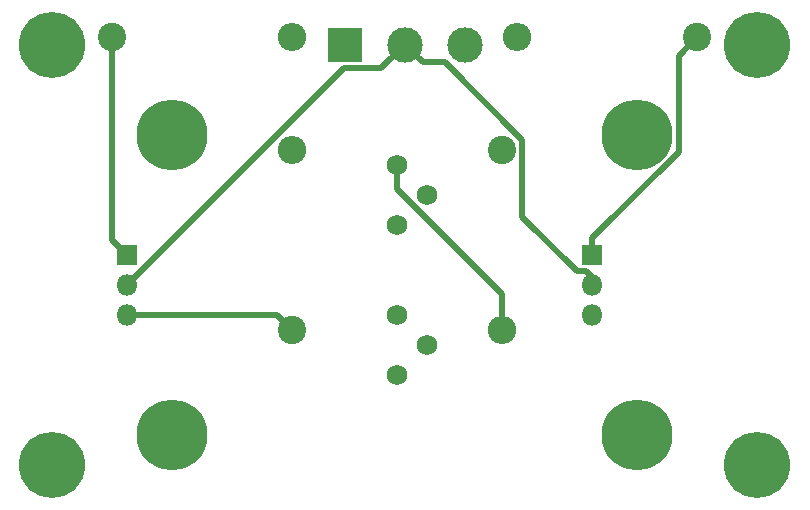
<source format=gbr>
G04 #@! TF.GenerationSoftware,KiCad,Pcbnew,(5.1.4-0-10_14)*
G04 #@! TF.CreationDate,2019-09-24T21:23:23-07:00*
G04 #@! TF.ProjectId,CCS_Load_x2,4343535f-4c6f-4616-945f-78322e6b6963,2.0*
G04 #@! TF.SameCoordinates,Original*
G04 #@! TF.FileFunction,Copper,L2,Bot*
G04 #@! TF.FilePolarity,Positive*
%FSLAX46Y46*%
G04 Gerber Fmt 4.6, Leading zero omitted, Abs format (unit mm)*
G04 Created by KiCad (PCBNEW (5.1.4-0-10_14)) date 2019-09-24 21:23:23*
%MOMM*%
%LPD*%
G04 APERTURE LIST*
%ADD10R,3.000000X3.000000*%
%ADD11C,3.000000*%
%ADD12C,5.600000*%
%ADD13C,1.750000*%
%ADD14C,5.999480*%
%ADD15R,1.800000X1.800000*%
%ADD16O,1.800000X1.800000*%
%ADD17C,2.400000*%
%ADD18O,2.400000X2.400000*%
%ADD19C,0.500000*%
G04 APERTURE END LIST*
D10*
X141605000Y-93980000D03*
D11*
X146685000Y-93980000D03*
X151765000Y-93980000D03*
D12*
X116840000Y-129540000D03*
X176530000Y-129540000D03*
X176530000Y-93980000D03*
X116840000Y-93980000D03*
D13*
X146050000Y-104140000D03*
X148590000Y-106680000D03*
X146050000Y-109220000D03*
X146050000Y-116840000D03*
X148590000Y-119380000D03*
X146050000Y-121920000D03*
D14*
X127000000Y-101600000D03*
X127000000Y-127000000D03*
D15*
X123190000Y-111760000D03*
D16*
X123190000Y-114300000D03*
X123190000Y-116840000D03*
D15*
X162560000Y-111760000D03*
D16*
X162560000Y-114300000D03*
X162560000Y-116840000D03*
D17*
X121920000Y-93345000D03*
D18*
X137160000Y-93345000D03*
D17*
X137160000Y-118110000D03*
D18*
X137160000Y-102870000D03*
D17*
X171450000Y-93345000D03*
D18*
X156210000Y-93345000D03*
D17*
X154940000Y-102870000D03*
D18*
X154940000Y-118110000D03*
D14*
X166370000Y-101600000D03*
X166370000Y-127000000D03*
D19*
X145185001Y-95479999D02*
X146685000Y-93980000D01*
X144684999Y-95980001D02*
X145185001Y-95479999D01*
X141509999Y-95980001D02*
X144684999Y-95980001D01*
X123190000Y-114300000D02*
X141509999Y-95980001D01*
X148184999Y-95479999D02*
X146685000Y-93980000D01*
X150066001Y-95479999D02*
X148184999Y-95479999D01*
X156640001Y-108540003D02*
X156640001Y-102053999D01*
X161259999Y-113160001D02*
X156640001Y-108540003D01*
X156640001Y-102053999D02*
X150066001Y-95479999D01*
X162055001Y-113160001D02*
X161259999Y-113160001D01*
X162560000Y-113665000D02*
X162055001Y-113160001D01*
X162560000Y-114300000D02*
X162560000Y-113665000D01*
X146050000Y-105377436D02*
X146050000Y-104140000D01*
X146050000Y-106175002D02*
X146050000Y-105377436D01*
X154940000Y-115065002D02*
X146050000Y-106175002D01*
X154940000Y-118110000D02*
X154940000Y-115065002D01*
X121920000Y-110490000D02*
X123190000Y-111760000D01*
X121920000Y-93345000D02*
X121920000Y-110490000D01*
X135890000Y-116840000D02*
X137160000Y-118110000D01*
X123190000Y-116840000D02*
X135890000Y-116840000D01*
X162560000Y-110360000D02*
X162560000Y-111760000D01*
X169869741Y-103050259D02*
X162560000Y-110360000D01*
X169869741Y-94925259D02*
X169869741Y-103050259D01*
X171450000Y-93345000D02*
X169869741Y-94925259D01*
M02*

</source>
